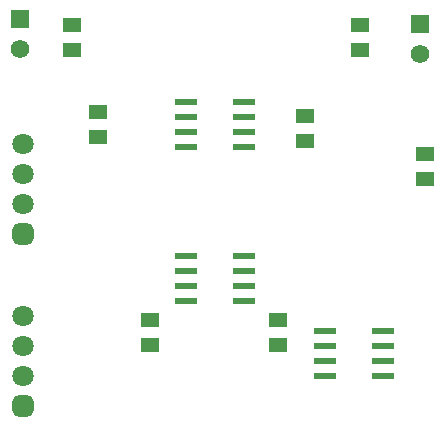
<source format=gts>
G04*
G04 #@! TF.GenerationSoftware,Altium Limited,Altium Designer,24.2.2 (26)*
G04*
G04 Layer_Color=8388736*
%FSLAX25Y25*%
%MOIN*%
G70*
G04*
G04 #@! TF.SameCoordinates,D4B7AB03-ACD0-4E4C-BE4D-9A7B16F7929E*
G04*
G04*
G04 #@! TF.FilePolarity,Negative*
G04*
G01*
G75*
%ADD15R,0.05938X0.04750*%
%ADD16R,0.07800X0.02200*%
%ADD17C,0.07099*%
G04:AMPARAMS|DCode=18|XSize=70.99mil|YSize=70.99mil|CornerRadius=19.75mil|HoleSize=0mil|Usage=FLASHONLY|Rotation=90.000|XOffset=0mil|YOffset=0mil|HoleType=Round|Shape=RoundedRectangle|*
%AMROUNDEDRECTD18*
21,1,0.07099,0.03150,0,0,90.0*
21,1,0.03150,0.07099,0,0,90.0*
1,1,0.03950,0.01575,0.01575*
1,1,0.03950,0.01575,-0.01575*
1,1,0.03950,-0.01575,-0.01575*
1,1,0.03950,-0.01575,0.01575*
%
%ADD18ROUNDEDRECTD18*%
%ADD19C,0.06181*%
%ADD20R,0.06181X0.06181*%
D15*
X446000Y218137D02*
D03*
Y209863D02*
D03*
X506000Y140363D02*
D03*
Y148637D02*
D03*
X463500Y140363D02*
D03*
Y148637D02*
D03*
X515000Y216637D02*
D03*
Y208363D02*
D03*
X533500Y247137D02*
D03*
Y238863D02*
D03*
X437500D02*
D03*
Y247137D02*
D03*
X555000Y195863D02*
D03*
Y204137D02*
D03*
D16*
X475300Y170000D02*
D03*
Y165000D02*
D03*
Y160000D02*
D03*
Y155000D02*
D03*
X494700D02*
D03*
Y160000D02*
D03*
Y165000D02*
D03*
Y170000D02*
D03*
X541200Y145000D02*
D03*
Y140000D02*
D03*
Y135000D02*
D03*
Y130000D02*
D03*
X521800D02*
D03*
Y135000D02*
D03*
Y140000D02*
D03*
Y145000D02*
D03*
X494700Y221500D02*
D03*
Y216500D02*
D03*
Y211500D02*
D03*
Y206500D02*
D03*
X475300D02*
D03*
Y211500D02*
D03*
Y216500D02*
D03*
Y221500D02*
D03*
D17*
X421000Y187500D02*
D03*
Y197500D02*
D03*
Y207500D02*
D03*
Y130000D02*
D03*
Y140000D02*
D03*
Y150000D02*
D03*
D18*
Y177500D02*
D03*
Y120000D02*
D03*
D19*
X420000Y239000D02*
D03*
X553500Y237500D02*
D03*
D20*
X420000Y249000D02*
D03*
X553500Y247500D02*
D03*
M02*

</source>
